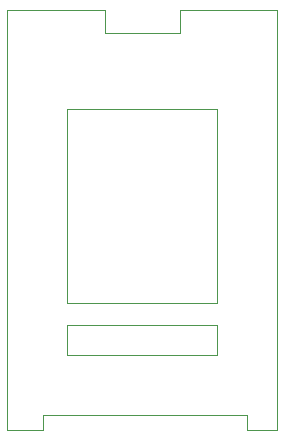
<source format=gbr>
G04 #@! TF.GenerationSoftware,KiCad,Pcbnew,(5.1.4-0-10_14)*
G04 #@! TF.CreationDate,2019-10-03T18:56:30-07:00*
G04 #@! TF.ProjectId,teensy4_header_breakout,7465656e-7379-4345-9f68-65616465725f,rev?*
G04 #@! TF.SameCoordinates,Original*
G04 #@! TF.FileFunction,Profile,NP*
%FSLAX46Y46*%
G04 Gerber Fmt 4.6, Leading zero omitted, Abs format (unit mm)*
G04 Created by KiCad (PCBNEW (5.1.4-0-10_14)) date 2019-10-03 18:56:30*
%MOMM*%
%LPD*%
G04 APERTURE LIST*
%ADD10C,0.050000*%
G04 APERTURE END LIST*
D10*
X151638000Y-115570000D02*
X148590000Y-115570000D01*
X151638000Y-114300000D02*
X151638000Y-115570000D01*
X168910000Y-114300000D02*
X151638000Y-114300000D01*
X168910000Y-115570000D02*
X168910000Y-114300000D01*
X171450000Y-115570000D02*
X168910000Y-115570000D01*
X166370000Y-109220000D02*
X166370000Y-106680000D01*
X153670000Y-109220000D02*
X166370000Y-109220000D01*
X153670000Y-106680000D02*
X153670000Y-109220000D01*
X153670000Y-104775000D02*
X153670000Y-88392000D01*
X166370000Y-104775000D02*
X153670000Y-104775000D01*
X166370000Y-88392000D02*
X166370000Y-104775000D01*
X153670000Y-88392000D02*
X166370000Y-88392000D01*
X166370000Y-106680000D02*
X153670000Y-106680000D01*
X156845000Y-80010000D02*
X148590000Y-80010000D01*
X156845000Y-81915000D02*
X156845000Y-80010000D01*
X163195000Y-81915000D02*
X156845000Y-81915000D01*
X163195000Y-80010000D02*
X163195000Y-81915000D01*
X171450000Y-80010000D02*
X163195000Y-80010000D01*
X148590000Y-115570000D02*
X148590000Y-80010000D01*
X171450000Y-80010000D02*
X171450000Y-115570000D01*
M02*

</source>
